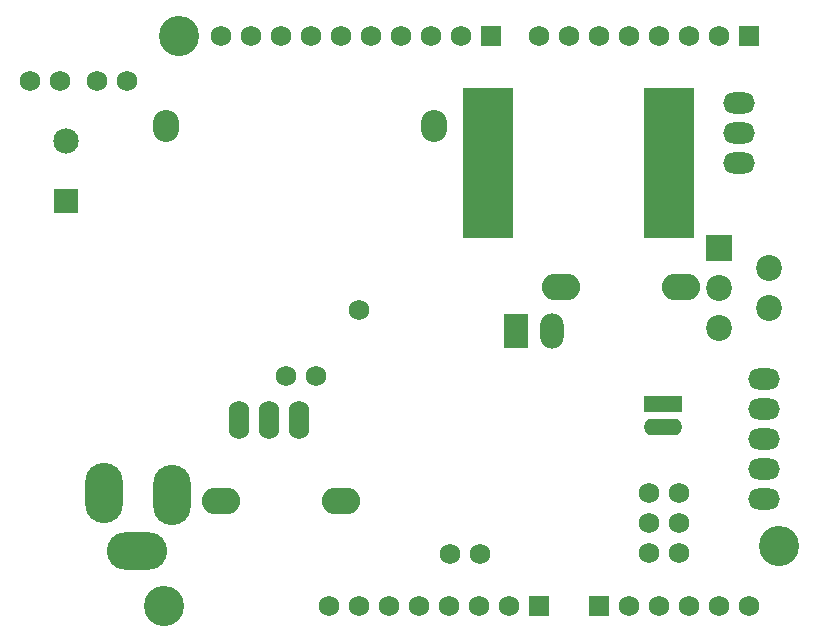
<source format=gbr>
%TF.GenerationSoftware,Altium Limited,Altium Designer,19.0.15 (446)*%
G04 Layer_Color=16711935*
%FSLAX25Y25*%
%MOIN*%
%TF.FileFunction,Soldermask,Bot*%
%TF.Part,Single*%
G01*
G75*
%TA.AperFunction,ComponentPad*%
%ADD34O,0.07874X0.11811*%
%ADD35R,0.07874X0.11811*%
%TA.AperFunction,ViaPad*%
%ADD54C,0.06800*%
%TA.AperFunction,ComponentPad*%
%ADD55R,0.16548X0.50013*%
%ADD56O,0.12800X0.05600*%
%ADD57R,0.12800X0.05600*%
%ADD58O,0.10642X0.07099*%
%ADD59C,0.08654*%
%ADD60R,0.08654X0.08654*%
%ADD61O,0.12800X0.08800*%
%ADD62C,0.08477*%
%ADD63R,0.08477X0.08477*%
%ADD64O,0.08674X0.10642*%
%ADD65O,0.06800X0.12800*%
%ADD66O,0.12611X0.20091*%
%ADD67O,0.20091X0.12611*%
%ADD68C,0.06800*%
%ADD69R,0.06800X0.06800*%
%TA.AperFunction,ViaPad*%
%ADD70C,0.13398*%
D34*
X184311Y101536D02*
D03*
D35*
X172500D02*
D03*
D54*
X120000Y108548D02*
D03*
X216810Y27500D02*
D03*
X226810D02*
D03*
X216810Y37500D02*
D03*
X226810D02*
D03*
X216810Y47500D02*
D03*
X226810D02*
D03*
X150280Y27205D02*
D03*
X160280D02*
D03*
X95561Y86563D02*
D03*
X105561D02*
D03*
X10280Y185000D02*
D03*
X20280D02*
D03*
X42780D02*
D03*
X32780D02*
D03*
D55*
X163096Y157500D02*
D03*
X223530D02*
D03*
D56*
X221457Y69488D02*
D03*
D57*
Y77362D02*
D03*
D58*
X246850Y157500D02*
D03*
Y167500D02*
D03*
Y177500D02*
D03*
X255000Y75390D02*
D03*
Y65390D02*
D03*
Y55390D02*
D03*
Y45390D02*
D03*
X255000Y85390D02*
D03*
D59*
X256650Y109114D02*
D03*
Y122500D02*
D03*
X240150Y102421D02*
D03*
Y115807D02*
D03*
D60*
Y129193D02*
D03*
D61*
X114000Y45000D02*
D03*
X74000D02*
D03*
X227500Y116331D02*
D03*
X187500D02*
D03*
D62*
X22461Y164842D02*
D03*
D63*
X22500Y144843D02*
D03*
D64*
X55630Y170000D02*
D03*
X145000D02*
D03*
D65*
X80000Y72024D02*
D03*
X90000D02*
D03*
X100000D02*
D03*
D66*
X35000Y47500D02*
D03*
X57835Y47000D02*
D03*
D67*
X46024Y28102D02*
D03*
D68*
X160000Y10000D02*
D03*
X170000D02*
D03*
X110000D02*
D03*
X120000D02*
D03*
X130000D02*
D03*
X140000D02*
D03*
X150000D02*
D03*
X230000Y200000D02*
D03*
X240000D02*
D03*
X180000D02*
D03*
X190000D02*
D03*
X200000D02*
D03*
X210000D02*
D03*
X220000D02*
D03*
X74000D02*
D03*
X84000D02*
D03*
X94000D02*
D03*
X104000D02*
D03*
X114000D02*
D03*
X124000D02*
D03*
X134000D02*
D03*
X144000D02*
D03*
X154000D02*
D03*
X250000Y10000D02*
D03*
X240000D02*
D03*
X230000D02*
D03*
X220000D02*
D03*
X210000D02*
D03*
D69*
X180000D02*
D03*
X250000Y200000D02*
D03*
X164000D02*
D03*
X200000Y10000D02*
D03*
D70*
X60000Y200000D02*
D03*
X55000Y10000D02*
D03*
X260000Y30000D02*
D03*
%TF.MD5,29a9f2c8639eb60afa84da03b3f29c67*%
M02*

</source>
